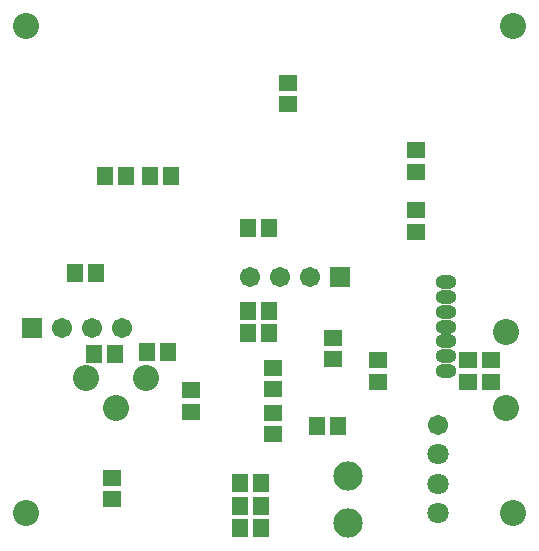
<source format=gbs>
%FSLAX25Y25*%
%MOIN*%
G70*
G01*
G75*
G04 Layer_Color=16711935*
%ADD10R,0.07874X0.03150*%
%ADD11R,0.08465X0.11221*%
%ADD12R,0.06693X0.06693*%
%ADD13R,0.04134X0.02362*%
%ADD14R,0.05512X0.04724*%
%ADD15R,0.09921X0.13425*%
%ADD16O,0.05709X0.02362*%
%ADD17R,0.07284X0.16339*%
%ADD18O,0.00984X0.06102*%
%ADD19O,0.06102X0.00984*%
%ADD20R,0.09449X0.07087*%
%ADD21R,0.04724X0.05512*%
%ADD22R,0.05512X0.02362*%
%ADD23R,0.07087X0.02362*%
G04:AMPARAMS|DCode=24|XSize=74.8mil|YSize=125.98mil|CornerRadius=0mil|HoleSize=0mil|Usage=FLASHONLY|Rotation=90.000|XOffset=0mil|YOffset=0mil|HoleType=Round|Shape=Octagon|*
%AMOCTAGOND24*
4,1,8,-0.06299,-0.01870,-0.06299,0.01870,-0.04429,0.03740,0.04429,0.03740,0.06299,0.01870,0.06299,-0.01870,0.04429,-0.03740,-0.04429,-0.03740,-0.06299,-0.01870,0.0*
%
%ADD24OCTAGOND24*%

%ADD25R,0.21654X0.09843*%
%ADD26C,0.01000*%
%ADD27C,0.02000*%
%ADD28C,0.05906*%
%ADD29R,0.05906X0.05906*%
%ADD30O,0.06299X0.03937*%
%ADD31C,0.07874*%
%ADD32C,0.06299*%
%ADD33C,0.09000*%
%ADD34C,0.01969*%
%ADD35C,0.01600*%
%ADD36C,0.03000*%
%ADD37R,0.12598X0.20472*%
%ADD38C,0.00984*%
%ADD39C,0.02362*%
%ADD40C,0.00800*%
%ADD41C,0.00787*%
%ADD42C,0.00600*%
%ADD43R,0.08674X0.03950*%
%ADD44R,0.09265X0.12020*%
%ADD45R,0.07493X0.07493*%
%ADD46R,0.04934X0.03162*%
%ADD47R,0.06312X0.05524*%
%ADD48R,0.10721X0.14225*%
%ADD49O,0.06509X0.03162*%
%ADD50R,0.08083X0.17139*%
%ADD51O,0.01784X0.06902*%
%ADD52O,0.06902X0.01784*%
%ADD53R,0.10249X0.07887*%
%ADD54R,0.05524X0.06312*%
%ADD55R,0.06312X0.03162*%
%ADD56R,0.07887X0.03162*%
G04:AMPARAMS|DCode=57|XSize=82.8mil|YSize=133.98mil|CornerRadius=0mil|HoleSize=0mil|Usage=FLASHONLY|Rotation=90.000|XOffset=0mil|YOffset=0mil|HoleType=Round|Shape=Octagon|*
%AMOCTAGOND57*
4,1,8,-0.06699,-0.02070,-0.06699,0.02070,-0.04629,0.04140,0.04629,0.04140,0.06699,0.02070,0.06699,-0.02070,0.04629,-0.04140,-0.04629,-0.04140,-0.06699,-0.02070,0.0*
%
%ADD57OCTAGOND57*%

%ADD58R,0.22453X0.10642*%
%ADD59C,0.06706*%
%ADD60R,0.06706X0.06706*%
%ADD61O,0.07099X0.04737*%
%ADD62C,0.08674*%
%ADD63C,0.07099*%
%ADD64C,0.09800*%
D47*
X92500Y148957D02*
D03*
Y156043D02*
D03*
X160000Y56457D02*
D03*
Y63543D02*
D03*
X152500Y56457D02*
D03*
Y63543D02*
D03*
X107500Y63957D02*
D03*
Y71043D02*
D03*
X87500Y53957D02*
D03*
Y61043D02*
D03*
Y38957D02*
D03*
Y46043D02*
D03*
X135000Y133543D02*
D03*
Y126457D02*
D03*
X60000Y53543D02*
D03*
Y46457D02*
D03*
X122500Y56457D02*
D03*
Y63543D02*
D03*
X135000Y113543D02*
D03*
Y106457D02*
D03*
X33600Y17257D02*
D03*
Y24343D02*
D03*
D54*
X86043Y107500D02*
D03*
X78957D02*
D03*
X102057Y41600D02*
D03*
X109143D02*
D03*
X78957Y80000D02*
D03*
X86043D02*
D03*
X78957Y72500D02*
D03*
X86043D02*
D03*
X27657Y65600D02*
D03*
X34743D02*
D03*
X52343Y66400D02*
D03*
X45257D02*
D03*
X53543Y125000D02*
D03*
X46457D02*
D03*
X38543D02*
D03*
X31457D02*
D03*
X28543Y92500D02*
D03*
X21457D02*
D03*
X76457Y7500D02*
D03*
X83543D02*
D03*
X76457Y15000D02*
D03*
X83543D02*
D03*
X76457Y22500D02*
D03*
X83543D02*
D03*
D59*
X79600Y91200D02*
D03*
X89600D02*
D03*
X99600D02*
D03*
X142500Y42028D02*
D03*
X37200Y74400D02*
D03*
X27200D02*
D03*
X17200D02*
D03*
D60*
X109600Y91200D02*
D03*
X7200Y74400D02*
D03*
D61*
X145000Y89528D02*
D03*
Y84606D02*
D03*
Y79685D02*
D03*
Y74764D02*
D03*
Y69842D02*
D03*
Y64921D02*
D03*
Y60000D02*
D03*
D62*
X165000Y47500D02*
D03*
Y73090D02*
D03*
X45000Y57500D02*
D03*
X35000Y47500D02*
D03*
X25000Y57500D02*
D03*
X167500Y12500D02*
D03*
Y175000D02*
D03*
X5000D02*
D03*
Y12500D02*
D03*
D63*
X142500D02*
D03*
Y22343D02*
D03*
Y32185D02*
D03*
D64*
X112500Y25000D02*
D03*
Y9409D02*
D03*
M02*

</source>
